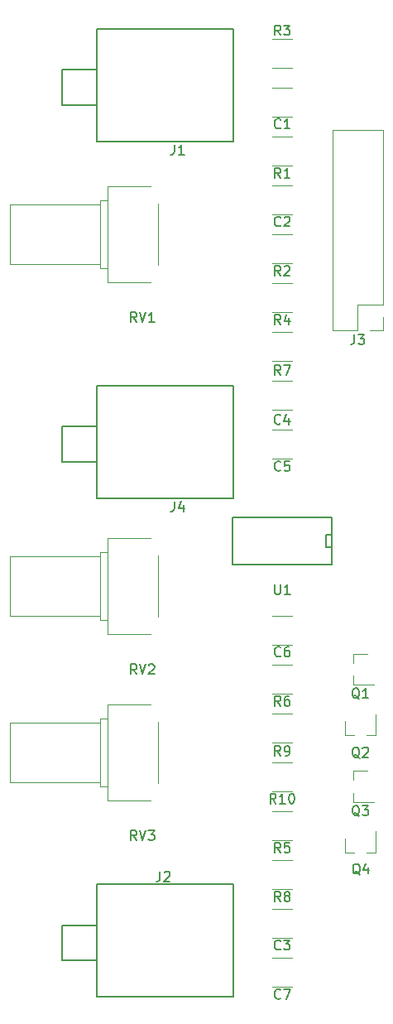
<source format=gbr>
G04 #@! TF.GenerationSoftware,KiCad,Pcbnew,9.0.0*
G04 #@! TF.CreationDate,2025-02-23T15:48:18-07:00*
G04 #@! TF.ProjectId,Notch_Filter,4e6f7463-685f-4466-996c-7465722e6b69,rev?*
G04 #@! TF.SameCoordinates,Original*
G04 #@! TF.FileFunction,Legend,Top*
G04 #@! TF.FilePolarity,Positive*
%FSLAX46Y46*%
G04 Gerber Fmt 4.6, Leading zero omitted, Abs format (unit mm)*
G04 Created by KiCad (PCBNEW 9.0.0) date 2025-02-23 15:48:18*
%MOMM*%
%LPD*%
G01*
G04 APERTURE LIST*
%ADD10C,0.150000*%
%ADD11C,0.120000*%
G04 APERTURE END LIST*
D10*
X18833333Y-10609580D02*
X18785714Y-10657200D01*
X18785714Y-10657200D02*
X18642857Y-10704819D01*
X18642857Y-10704819D02*
X18547619Y-10704819D01*
X18547619Y-10704819D02*
X18404762Y-10657200D01*
X18404762Y-10657200D02*
X18309524Y-10561961D01*
X18309524Y-10561961D02*
X18261905Y-10466723D01*
X18261905Y-10466723D02*
X18214286Y-10276247D01*
X18214286Y-10276247D02*
X18214286Y-10133390D01*
X18214286Y-10133390D02*
X18261905Y-9942914D01*
X18261905Y-9942914D02*
X18309524Y-9847676D01*
X18309524Y-9847676D02*
X18404762Y-9752438D01*
X18404762Y-9752438D02*
X18547619Y-9704819D01*
X18547619Y-9704819D02*
X18642857Y-9704819D01*
X18642857Y-9704819D02*
X18785714Y-9752438D01*
X18785714Y-9752438D02*
X18833333Y-9800057D01*
X19785714Y-10704819D02*
X19214286Y-10704819D01*
X19500000Y-10704819D02*
X19500000Y-9704819D01*
X19500000Y-9704819D02*
X19404762Y-9847676D01*
X19404762Y-9847676D02*
X19309524Y-9942914D01*
X19309524Y-9942914D02*
X19214286Y-9990533D01*
X18833333Y-20609580D02*
X18785714Y-20657200D01*
X18785714Y-20657200D02*
X18642857Y-20704819D01*
X18642857Y-20704819D02*
X18547619Y-20704819D01*
X18547619Y-20704819D02*
X18404762Y-20657200D01*
X18404762Y-20657200D02*
X18309524Y-20561961D01*
X18309524Y-20561961D02*
X18261905Y-20466723D01*
X18261905Y-20466723D02*
X18214286Y-20276247D01*
X18214286Y-20276247D02*
X18214286Y-20133390D01*
X18214286Y-20133390D02*
X18261905Y-19942914D01*
X18261905Y-19942914D02*
X18309524Y-19847676D01*
X18309524Y-19847676D02*
X18404762Y-19752438D01*
X18404762Y-19752438D02*
X18547619Y-19704819D01*
X18547619Y-19704819D02*
X18642857Y-19704819D01*
X18642857Y-19704819D02*
X18785714Y-19752438D01*
X18785714Y-19752438D02*
X18833333Y-19800057D01*
X19214286Y-19800057D02*
X19261905Y-19752438D01*
X19261905Y-19752438D02*
X19357143Y-19704819D01*
X19357143Y-19704819D02*
X19595238Y-19704819D01*
X19595238Y-19704819D02*
X19690476Y-19752438D01*
X19690476Y-19752438D02*
X19738095Y-19800057D01*
X19738095Y-19800057D02*
X19785714Y-19895295D01*
X19785714Y-19895295D02*
X19785714Y-19990533D01*
X19785714Y-19990533D02*
X19738095Y-20133390D01*
X19738095Y-20133390D02*
X19166667Y-20704819D01*
X19166667Y-20704819D02*
X19785714Y-20704819D01*
X18833333Y-94609580D02*
X18785714Y-94657200D01*
X18785714Y-94657200D02*
X18642857Y-94704819D01*
X18642857Y-94704819D02*
X18547619Y-94704819D01*
X18547619Y-94704819D02*
X18404762Y-94657200D01*
X18404762Y-94657200D02*
X18309524Y-94561961D01*
X18309524Y-94561961D02*
X18261905Y-94466723D01*
X18261905Y-94466723D02*
X18214286Y-94276247D01*
X18214286Y-94276247D02*
X18214286Y-94133390D01*
X18214286Y-94133390D02*
X18261905Y-93942914D01*
X18261905Y-93942914D02*
X18309524Y-93847676D01*
X18309524Y-93847676D02*
X18404762Y-93752438D01*
X18404762Y-93752438D02*
X18547619Y-93704819D01*
X18547619Y-93704819D02*
X18642857Y-93704819D01*
X18642857Y-93704819D02*
X18785714Y-93752438D01*
X18785714Y-93752438D02*
X18833333Y-93800057D01*
X19166667Y-93704819D02*
X19785714Y-93704819D01*
X19785714Y-93704819D02*
X19452381Y-94085771D01*
X19452381Y-94085771D02*
X19595238Y-94085771D01*
X19595238Y-94085771D02*
X19690476Y-94133390D01*
X19690476Y-94133390D02*
X19738095Y-94181009D01*
X19738095Y-94181009D02*
X19785714Y-94276247D01*
X19785714Y-94276247D02*
X19785714Y-94514342D01*
X19785714Y-94514342D02*
X19738095Y-94609580D01*
X19738095Y-94609580D02*
X19690476Y-94657200D01*
X19690476Y-94657200D02*
X19595238Y-94704819D01*
X19595238Y-94704819D02*
X19309524Y-94704819D01*
X19309524Y-94704819D02*
X19214286Y-94657200D01*
X19214286Y-94657200D02*
X19166667Y-94609580D01*
X18822873Y-40861920D02*
X18775254Y-40909540D01*
X18775254Y-40909540D02*
X18632397Y-40957159D01*
X18632397Y-40957159D02*
X18537159Y-40957159D01*
X18537159Y-40957159D02*
X18394302Y-40909540D01*
X18394302Y-40909540D02*
X18299064Y-40814301D01*
X18299064Y-40814301D02*
X18251445Y-40719063D01*
X18251445Y-40719063D02*
X18203826Y-40528587D01*
X18203826Y-40528587D02*
X18203826Y-40385730D01*
X18203826Y-40385730D02*
X18251445Y-40195254D01*
X18251445Y-40195254D02*
X18299064Y-40100016D01*
X18299064Y-40100016D02*
X18394302Y-40004778D01*
X18394302Y-40004778D02*
X18537159Y-39957159D01*
X18537159Y-39957159D02*
X18632397Y-39957159D01*
X18632397Y-39957159D02*
X18775254Y-40004778D01*
X18775254Y-40004778D02*
X18822873Y-40052397D01*
X19680016Y-40290492D02*
X19680016Y-40957159D01*
X19441921Y-39909540D02*
X19203826Y-40623825D01*
X19203826Y-40623825D02*
X19822873Y-40623825D01*
X18830793Y-45648120D02*
X18783174Y-45695740D01*
X18783174Y-45695740D02*
X18640317Y-45743359D01*
X18640317Y-45743359D02*
X18545079Y-45743359D01*
X18545079Y-45743359D02*
X18402222Y-45695740D01*
X18402222Y-45695740D02*
X18306984Y-45600501D01*
X18306984Y-45600501D02*
X18259365Y-45505263D01*
X18259365Y-45505263D02*
X18211746Y-45314787D01*
X18211746Y-45314787D02*
X18211746Y-45171930D01*
X18211746Y-45171930D02*
X18259365Y-44981454D01*
X18259365Y-44981454D02*
X18306984Y-44886216D01*
X18306984Y-44886216D02*
X18402222Y-44790978D01*
X18402222Y-44790978D02*
X18545079Y-44743359D01*
X18545079Y-44743359D02*
X18640317Y-44743359D01*
X18640317Y-44743359D02*
X18783174Y-44790978D01*
X18783174Y-44790978D02*
X18830793Y-44838597D01*
X19735555Y-44743359D02*
X19259365Y-44743359D01*
X19259365Y-44743359D02*
X19211746Y-45219549D01*
X19211746Y-45219549D02*
X19259365Y-45171930D01*
X19259365Y-45171930D02*
X19354603Y-45124311D01*
X19354603Y-45124311D02*
X19592698Y-45124311D01*
X19592698Y-45124311D02*
X19687936Y-45171930D01*
X19687936Y-45171930D02*
X19735555Y-45219549D01*
X19735555Y-45219549D02*
X19783174Y-45314787D01*
X19783174Y-45314787D02*
X19783174Y-45552882D01*
X19783174Y-45552882D02*
X19735555Y-45648120D01*
X19735555Y-45648120D02*
X19687936Y-45695740D01*
X19687936Y-45695740D02*
X19592698Y-45743359D01*
X19592698Y-45743359D02*
X19354603Y-45743359D01*
X19354603Y-45743359D02*
X19259365Y-45695740D01*
X19259365Y-45695740D02*
X19211746Y-45648120D01*
X18830793Y-64617640D02*
X18783174Y-64665260D01*
X18783174Y-64665260D02*
X18640317Y-64712879D01*
X18640317Y-64712879D02*
X18545079Y-64712879D01*
X18545079Y-64712879D02*
X18402222Y-64665260D01*
X18402222Y-64665260D02*
X18306984Y-64570021D01*
X18306984Y-64570021D02*
X18259365Y-64474783D01*
X18259365Y-64474783D02*
X18211746Y-64284307D01*
X18211746Y-64284307D02*
X18211746Y-64141450D01*
X18211746Y-64141450D02*
X18259365Y-63950974D01*
X18259365Y-63950974D02*
X18306984Y-63855736D01*
X18306984Y-63855736D02*
X18402222Y-63760498D01*
X18402222Y-63760498D02*
X18545079Y-63712879D01*
X18545079Y-63712879D02*
X18640317Y-63712879D01*
X18640317Y-63712879D02*
X18783174Y-63760498D01*
X18783174Y-63760498D02*
X18830793Y-63808117D01*
X19687936Y-63712879D02*
X19497460Y-63712879D01*
X19497460Y-63712879D02*
X19402222Y-63760498D01*
X19402222Y-63760498D02*
X19354603Y-63808117D01*
X19354603Y-63808117D02*
X19259365Y-63950974D01*
X19259365Y-63950974D02*
X19211746Y-64141450D01*
X19211746Y-64141450D02*
X19211746Y-64522402D01*
X19211746Y-64522402D02*
X19259365Y-64617640D01*
X19259365Y-64617640D02*
X19306984Y-64665260D01*
X19306984Y-64665260D02*
X19402222Y-64712879D01*
X19402222Y-64712879D02*
X19592698Y-64712879D01*
X19592698Y-64712879D02*
X19687936Y-64665260D01*
X19687936Y-64665260D02*
X19735555Y-64617640D01*
X19735555Y-64617640D02*
X19783174Y-64522402D01*
X19783174Y-64522402D02*
X19783174Y-64284307D01*
X19783174Y-64284307D02*
X19735555Y-64189069D01*
X19735555Y-64189069D02*
X19687936Y-64141450D01*
X19687936Y-64141450D02*
X19592698Y-64093831D01*
X19592698Y-64093831D02*
X19402222Y-64093831D01*
X19402222Y-64093831D02*
X19306984Y-64141450D01*
X19306984Y-64141450D02*
X19259365Y-64189069D01*
X19259365Y-64189069D02*
X19211746Y-64284307D01*
X18828253Y-99632880D02*
X18780634Y-99680500D01*
X18780634Y-99680500D02*
X18637777Y-99728119D01*
X18637777Y-99728119D02*
X18542539Y-99728119D01*
X18542539Y-99728119D02*
X18399682Y-99680500D01*
X18399682Y-99680500D02*
X18304444Y-99585261D01*
X18304444Y-99585261D02*
X18256825Y-99490023D01*
X18256825Y-99490023D02*
X18209206Y-99299547D01*
X18209206Y-99299547D02*
X18209206Y-99156690D01*
X18209206Y-99156690D02*
X18256825Y-98966214D01*
X18256825Y-98966214D02*
X18304444Y-98870976D01*
X18304444Y-98870976D02*
X18399682Y-98775738D01*
X18399682Y-98775738D02*
X18542539Y-98728119D01*
X18542539Y-98728119D02*
X18637777Y-98728119D01*
X18637777Y-98728119D02*
X18780634Y-98775738D01*
X18780634Y-98775738D02*
X18828253Y-98823357D01*
X19161587Y-98728119D02*
X19828253Y-98728119D01*
X19828253Y-98728119D02*
X19399682Y-99728119D01*
X7985166Y-12368319D02*
X7985166Y-13082604D01*
X7985166Y-13082604D02*
X7937547Y-13225461D01*
X7937547Y-13225461D02*
X7842309Y-13320700D01*
X7842309Y-13320700D02*
X7699452Y-13368319D01*
X7699452Y-13368319D02*
X7604214Y-13368319D01*
X8985166Y-13368319D02*
X8413738Y-13368319D01*
X8699452Y-13368319D02*
X8699452Y-12368319D01*
X8699452Y-12368319D02*
X8604214Y-12511176D01*
X8604214Y-12511176D02*
X8508976Y-12606414D01*
X8508976Y-12606414D02*
X8413738Y-12654033D01*
X6504346Y-86698739D02*
X6504346Y-87413024D01*
X6504346Y-87413024D02*
X6456727Y-87555881D01*
X6456727Y-87555881D02*
X6361489Y-87651120D01*
X6361489Y-87651120D02*
X6218632Y-87698739D01*
X6218632Y-87698739D02*
X6123394Y-87698739D01*
X6932918Y-86793977D02*
X6980537Y-86746358D01*
X6980537Y-86746358D02*
X7075775Y-86698739D01*
X7075775Y-86698739D02*
X7313870Y-86698739D01*
X7313870Y-86698739D02*
X7409108Y-86746358D01*
X7409108Y-86746358D02*
X7456727Y-86793977D01*
X7456727Y-86793977D02*
X7504346Y-86889215D01*
X7504346Y-86889215D02*
X7504346Y-86984453D01*
X7504346Y-86984453D02*
X7456727Y-87127310D01*
X7456727Y-87127310D02*
X6885299Y-87698739D01*
X6885299Y-87698739D02*
X7504346Y-87698739D01*
X26396666Y-31784819D02*
X26396666Y-32499104D01*
X26396666Y-32499104D02*
X26349047Y-32641961D01*
X26349047Y-32641961D02*
X26253809Y-32737200D01*
X26253809Y-32737200D02*
X26110952Y-32784819D01*
X26110952Y-32784819D02*
X26015714Y-32784819D01*
X26777619Y-31784819D02*
X27396666Y-31784819D01*
X27396666Y-31784819D02*
X27063333Y-32165771D01*
X27063333Y-32165771D02*
X27206190Y-32165771D01*
X27206190Y-32165771D02*
X27301428Y-32213390D01*
X27301428Y-32213390D02*
X27349047Y-32261009D01*
X27349047Y-32261009D02*
X27396666Y-32356247D01*
X27396666Y-32356247D02*
X27396666Y-32594342D01*
X27396666Y-32594342D02*
X27349047Y-32689580D01*
X27349047Y-32689580D02*
X27301428Y-32737200D01*
X27301428Y-32737200D02*
X27206190Y-32784819D01*
X27206190Y-32784819D02*
X26920476Y-32784819D01*
X26920476Y-32784819D02*
X26825238Y-32737200D01*
X26825238Y-32737200D02*
X26777619Y-32689580D01*
X7985166Y-48868319D02*
X7985166Y-49582604D01*
X7985166Y-49582604D02*
X7937547Y-49725461D01*
X7937547Y-49725461D02*
X7842309Y-49820700D01*
X7842309Y-49820700D02*
X7699452Y-49868319D01*
X7699452Y-49868319D02*
X7604214Y-49868319D01*
X8889928Y-49201652D02*
X8889928Y-49868319D01*
X8651833Y-48820700D02*
X8413738Y-49534985D01*
X8413738Y-49534985D02*
X9032785Y-49534985D01*
X26904761Y-69050057D02*
X26809523Y-69002438D01*
X26809523Y-69002438D02*
X26714285Y-68907200D01*
X26714285Y-68907200D02*
X26571428Y-68764342D01*
X26571428Y-68764342D02*
X26476190Y-68716723D01*
X26476190Y-68716723D02*
X26380952Y-68716723D01*
X26428571Y-68954819D02*
X26333333Y-68907200D01*
X26333333Y-68907200D02*
X26238095Y-68811961D01*
X26238095Y-68811961D02*
X26190476Y-68621485D01*
X26190476Y-68621485D02*
X26190476Y-68288152D01*
X26190476Y-68288152D02*
X26238095Y-68097676D01*
X26238095Y-68097676D02*
X26333333Y-68002438D01*
X26333333Y-68002438D02*
X26428571Y-67954819D01*
X26428571Y-67954819D02*
X26619047Y-67954819D01*
X26619047Y-67954819D02*
X26714285Y-68002438D01*
X26714285Y-68002438D02*
X26809523Y-68097676D01*
X26809523Y-68097676D02*
X26857142Y-68288152D01*
X26857142Y-68288152D02*
X26857142Y-68621485D01*
X26857142Y-68621485D02*
X26809523Y-68811961D01*
X26809523Y-68811961D02*
X26714285Y-68907200D01*
X26714285Y-68907200D02*
X26619047Y-68954819D01*
X26619047Y-68954819D02*
X26428571Y-68954819D01*
X27809523Y-68954819D02*
X27238095Y-68954819D01*
X27523809Y-68954819D02*
X27523809Y-67954819D01*
X27523809Y-67954819D02*
X27428571Y-68097676D01*
X27428571Y-68097676D02*
X27333333Y-68192914D01*
X27333333Y-68192914D02*
X27238095Y-68240533D01*
X26912381Y-75087517D02*
X26817143Y-75039898D01*
X26817143Y-75039898D02*
X26721905Y-74944660D01*
X26721905Y-74944660D02*
X26579048Y-74801802D01*
X26579048Y-74801802D02*
X26483810Y-74754183D01*
X26483810Y-74754183D02*
X26388572Y-74754183D01*
X26436191Y-74992279D02*
X26340953Y-74944660D01*
X26340953Y-74944660D02*
X26245715Y-74849421D01*
X26245715Y-74849421D02*
X26198096Y-74658945D01*
X26198096Y-74658945D02*
X26198096Y-74325612D01*
X26198096Y-74325612D02*
X26245715Y-74135136D01*
X26245715Y-74135136D02*
X26340953Y-74039898D01*
X26340953Y-74039898D02*
X26436191Y-73992279D01*
X26436191Y-73992279D02*
X26626667Y-73992279D01*
X26626667Y-73992279D02*
X26721905Y-74039898D01*
X26721905Y-74039898D02*
X26817143Y-74135136D01*
X26817143Y-74135136D02*
X26864762Y-74325612D01*
X26864762Y-74325612D02*
X26864762Y-74658945D01*
X26864762Y-74658945D02*
X26817143Y-74849421D01*
X26817143Y-74849421D02*
X26721905Y-74944660D01*
X26721905Y-74944660D02*
X26626667Y-74992279D01*
X26626667Y-74992279D02*
X26436191Y-74992279D01*
X27245715Y-74087517D02*
X27293334Y-74039898D01*
X27293334Y-74039898D02*
X27388572Y-73992279D01*
X27388572Y-73992279D02*
X27626667Y-73992279D01*
X27626667Y-73992279D02*
X27721905Y-74039898D01*
X27721905Y-74039898D02*
X27769524Y-74087517D01*
X27769524Y-74087517D02*
X27817143Y-74182755D01*
X27817143Y-74182755D02*
X27817143Y-74277993D01*
X27817143Y-74277993D02*
X27769524Y-74420850D01*
X27769524Y-74420850D02*
X27198096Y-74992279D01*
X27198096Y-74992279D02*
X27817143Y-74992279D01*
X26904761Y-81050057D02*
X26809523Y-81002438D01*
X26809523Y-81002438D02*
X26714285Y-80907200D01*
X26714285Y-80907200D02*
X26571428Y-80764342D01*
X26571428Y-80764342D02*
X26476190Y-80716723D01*
X26476190Y-80716723D02*
X26380952Y-80716723D01*
X26428571Y-80954819D02*
X26333333Y-80907200D01*
X26333333Y-80907200D02*
X26238095Y-80811961D01*
X26238095Y-80811961D02*
X26190476Y-80621485D01*
X26190476Y-80621485D02*
X26190476Y-80288152D01*
X26190476Y-80288152D02*
X26238095Y-80097676D01*
X26238095Y-80097676D02*
X26333333Y-80002438D01*
X26333333Y-80002438D02*
X26428571Y-79954819D01*
X26428571Y-79954819D02*
X26619047Y-79954819D01*
X26619047Y-79954819D02*
X26714285Y-80002438D01*
X26714285Y-80002438D02*
X26809523Y-80097676D01*
X26809523Y-80097676D02*
X26857142Y-80288152D01*
X26857142Y-80288152D02*
X26857142Y-80621485D01*
X26857142Y-80621485D02*
X26809523Y-80811961D01*
X26809523Y-80811961D02*
X26714285Y-80907200D01*
X26714285Y-80907200D02*
X26619047Y-80954819D01*
X26619047Y-80954819D02*
X26428571Y-80954819D01*
X27190476Y-79954819D02*
X27809523Y-79954819D01*
X27809523Y-79954819D02*
X27476190Y-80335771D01*
X27476190Y-80335771D02*
X27619047Y-80335771D01*
X27619047Y-80335771D02*
X27714285Y-80383390D01*
X27714285Y-80383390D02*
X27761904Y-80431009D01*
X27761904Y-80431009D02*
X27809523Y-80526247D01*
X27809523Y-80526247D02*
X27809523Y-80764342D01*
X27809523Y-80764342D02*
X27761904Y-80859580D01*
X27761904Y-80859580D02*
X27714285Y-80907200D01*
X27714285Y-80907200D02*
X27619047Y-80954819D01*
X27619047Y-80954819D02*
X27333333Y-80954819D01*
X27333333Y-80954819D02*
X27238095Y-80907200D01*
X27238095Y-80907200D02*
X27190476Y-80859580D01*
X18833333Y-15754819D02*
X18500000Y-15278628D01*
X18261905Y-15754819D02*
X18261905Y-14754819D01*
X18261905Y-14754819D02*
X18642857Y-14754819D01*
X18642857Y-14754819D02*
X18738095Y-14802438D01*
X18738095Y-14802438D02*
X18785714Y-14850057D01*
X18785714Y-14850057D02*
X18833333Y-14945295D01*
X18833333Y-14945295D02*
X18833333Y-15088152D01*
X18833333Y-15088152D02*
X18785714Y-15183390D01*
X18785714Y-15183390D02*
X18738095Y-15231009D01*
X18738095Y-15231009D02*
X18642857Y-15278628D01*
X18642857Y-15278628D02*
X18261905Y-15278628D01*
X19785714Y-15754819D02*
X19214286Y-15754819D01*
X19500000Y-15754819D02*
X19500000Y-14754819D01*
X19500000Y-14754819D02*
X19404762Y-14897676D01*
X19404762Y-14897676D02*
X19309524Y-14992914D01*
X19309524Y-14992914D02*
X19214286Y-15040533D01*
X18833333Y-25754819D02*
X18500000Y-25278628D01*
X18261905Y-25754819D02*
X18261905Y-24754819D01*
X18261905Y-24754819D02*
X18642857Y-24754819D01*
X18642857Y-24754819D02*
X18738095Y-24802438D01*
X18738095Y-24802438D02*
X18785714Y-24850057D01*
X18785714Y-24850057D02*
X18833333Y-24945295D01*
X18833333Y-24945295D02*
X18833333Y-25088152D01*
X18833333Y-25088152D02*
X18785714Y-25183390D01*
X18785714Y-25183390D02*
X18738095Y-25231009D01*
X18738095Y-25231009D02*
X18642857Y-25278628D01*
X18642857Y-25278628D02*
X18261905Y-25278628D01*
X19214286Y-24850057D02*
X19261905Y-24802438D01*
X19261905Y-24802438D02*
X19357143Y-24754819D01*
X19357143Y-24754819D02*
X19595238Y-24754819D01*
X19595238Y-24754819D02*
X19690476Y-24802438D01*
X19690476Y-24802438D02*
X19738095Y-24850057D01*
X19738095Y-24850057D02*
X19785714Y-24945295D01*
X19785714Y-24945295D02*
X19785714Y-25040533D01*
X19785714Y-25040533D02*
X19738095Y-25183390D01*
X19738095Y-25183390D02*
X19166667Y-25754819D01*
X19166667Y-25754819D02*
X19785714Y-25754819D01*
X18833333Y-1154819D02*
X18500000Y-678628D01*
X18261905Y-1154819D02*
X18261905Y-154819D01*
X18261905Y-154819D02*
X18642857Y-154819D01*
X18642857Y-154819D02*
X18738095Y-202438D01*
X18738095Y-202438D02*
X18785714Y-250057D01*
X18785714Y-250057D02*
X18833333Y-345295D01*
X18833333Y-345295D02*
X18833333Y-488152D01*
X18833333Y-488152D02*
X18785714Y-583390D01*
X18785714Y-583390D02*
X18738095Y-631009D01*
X18738095Y-631009D02*
X18642857Y-678628D01*
X18642857Y-678628D02*
X18261905Y-678628D01*
X19166667Y-154819D02*
X19785714Y-154819D01*
X19785714Y-154819D02*
X19452381Y-535771D01*
X19452381Y-535771D02*
X19595238Y-535771D01*
X19595238Y-535771D02*
X19690476Y-583390D01*
X19690476Y-583390D02*
X19738095Y-631009D01*
X19738095Y-631009D02*
X19785714Y-726247D01*
X19785714Y-726247D02*
X19785714Y-964342D01*
X19785714Y-964342D02*
X19738095Y-1059580D01*
X19738095Y-1059580D02*
X19690476Y-1107200D01*
X19690476Y-1107200D02*
X19595238Y-1154819D01*
X19595238Y-1154819D02*
X19309524Y-1154819D01*
X19309524Y-1154819D02*
X19214286Y-1107200D01*
X19214286Y-1107200D02*
X19166667Y-1059580D01*
X18833333Y-30754819D02*
X18500000Y-30278628D01*
X18261905Y-30754819D02*
X18261905Y-29754819D01*
X18261905Y-29754819D02*
X18642857Y-29754819D01*
X18642857Y-29754819D02*
X18738095Y-29802438D01*
X18738095Y-29802438D02*
X18785714Y-29850057D01*
X18785714Y-29850057D02*
X18833333Y-29945295D01*
X18833333Y-29945295D02*
X18833333Y-30088152D01*
X18833333Y-30088152D02*
X18785714Y-30183390D01*
X18785714Y-30183390D02*
X18738095Y-30231009D01*
X18738095Y-30231009D02*
X18642857Y-30278628D01*
X18642857Y-30278628D02*
X18261905Y-30278628D01*
X19690476Y-30088152D02*
X19690476Y-30754819D01*
X19452381Y-29707200D02*
X19214286Y-30421485D01*
X19214286Y-30421485D02*
X19833333Y-30421485D01*
X18833333Y-84754819D02*
X18500000Y-84278628D01*
X18261905Y-84754819D02*
X18261905Y-83754819D01*
X18261905Y-83754819D02*
X18642857Y-83754819D01*
X18642857Y-83754819D02*
X18738095Y-83802438D01*
X18738095Y-83802438D02*
X18785714Y-83850057D01*
X18785714Y-83850057D02*
X18833333Y-83945295D01*
X18833333Y-83945295D02*
X18833333Y-84088152D01*
X18833333Y-84088152D02*
X18785714Y-84183390D01*
X18785714Y-84183390D02*
X18738095Y-84231009D01*
X18738095Y-84231009D02*
X18642857Y-84278628D01*
X18642857Y-84278628D02*
X18261905Y-84278628D01*
X19738095Y-83754819D02*
X19261905Y-83754819D01*
X19261905Y-83754819D02*
X19214286Y-84231009D01*
X19214286Y-84231009D02*
X19261905Y-84183390D01*
X19261905Y-84183390D02*
X19357143Y-84135771D01*
X19357143Y-84135771D02*
X19595238Y-84135771D01*
X19595238Y-84135771D02*
X19690476Y-84183390D01*
X19690476Y-84183390D02*
X19738095Y-84231009D01*
X19738095Y-84231009D02*
X19785714Y-84326247D01*
X19785714Y-84326247D02*
X19785714Y-84564342D01*
X19785714Y-84564342D02*
X19738095Y-84659580D01*
X19738095Y-84659580D02*
X19690476Y-84707200D01*
X19690476Y-84707200D02*
X19595238Y-84754819D01*
X19595238Y-84754819D02*
X19357143Y-84754819D01*
X19357143Y-84754819D02*
X19261905Y-84707200D01*
X19261905Y-84707200D02*
X19214286Y-84659580D01*
X18833333Y-69754819D02*
X18500000Y-69278628D01*
X18261905Y-69754819D02*
X18261905Y-68754819D01*
X18261905Y-68754819D02*
X18642857Y-68754819D01*
X18642857Y-68754819D02*
X18738095Y-68802438D01*
X18738095Y-68802438D02*
X18785714Y-68850057D01*
X18785714Y-68850057D02*
X18833333Y-68945295D01*
X18833333Y-68945295D02*
X18833333Y-69088152D01*
X18833333Y-69088152D02*
X18785714Y-69183390D01*
X18785714Y-69183390D02*
X18738095Y-69231009D01*
X18738095Y-69231009D02*
X18642857Y-69278628D01*
X18642857Y-69278628D02*
X18261905Y-69278628D01*
X19690476Y-68754819D02*
X19500000Y-68754819D01*
X19500000Y-68754819D02*
X19404762Y-68802438D01*
X19404762Y-68802438D02*
X19357143Y-68850057D01*
X19357143Y-68850057D02*
X19261905Y-68992914D01*
X19261905Y-68992914D02*
X19214286Y-69183390D01*
X19214286Y-69183390D02*
X19214286Y-69564342D01*
X19214286Y-69564342D02*
X19261905Y-69659580D01*
X19261905Y-69659580D02*
X19309524Y-69707200D01*
X19309524Y-69707200D02*
X19404762Y-69754819D01*
X19404762Y-69754819D02*
X19595238Y-69754819D01*
X19595238Y-69754819D02*
X19690476Y-69707200D01*
X19690476Y-69707200D02*
X19738095Y-69659580D01*
X19738095Y-69659580D02*
X19785714Y-69564342D01*
X19785714Y-69564342D02*
X19785714Y-69326247D01*
X19785714Y-69326247D02*
X19738095Y-69231009D01*
X19738095Y-69231009D02*
X19690476Y-69183390D01*
X19690476Y-69183390D02*
X19595238Y-69135771D01*
X19595238Y-69135771D02*
X19404762Y-69135771D01*
X19404762Y-69135771D02*
X19309524Y-69183390D01*
X19309524Y-69183390D02*
X19261905Y-69231009D01*
X19261905Y-69231009D02*
X19214286Y-69326247D01*
X18833033Y-35900019D02*
X18499700Y-35423828D01*
X18261605Y-35900019D02*
X18261605Y-34900019D01*
X18261605Y-34900019D02*
X18642557Y-34900019D01*
X18642557Y-34900019D02*
X18737795Y-34947638D01*
X18737795Y-34947638D02*
X18785414Y-34995257D01*
X18785414Y-34995257D02*
X18833033Y-35090495D01*
X18833033Y-35090495D02*
X18833033Y-35233352D01*
X18833033Y-35233352D02*
X18785414Y-35328590D01*
X18785414Y-35328590D02*
X18737795Y-35376209D01*
X18737795Y-35376209D02*
X18642557Y-35423828D01*
X18642557Y-35423828D02*
X18261605Y-35423828D01*
X19166367Y-34900019D02*
X19833033Y-34900019D01*
X19833033Y-34900019D02*
X19404462Y-35900019D01*
X18833333Y-89754819D02*
X18500000Y-89278628D01*
X18261905Y-89754819D02*
X18261905Y-88754819D01*
X18261905Y-88754819D02*
X18642857Y-88754819D01*
X18642857Y-88754819D02*
X18738095Y-88802438D01*
X18738095Y-88802438D02*
X18785714Y-88850057D01*
X18785714Y-88850057D02*
X18833333Y-88945295D01*
X18833333Y-88945295D02*
X18833333Y-89088152D01*
X18833333Y-89088152D02*
X18785714Y-89183390D01*
X18785714Y-89183390D02*
X18738095Y-89231009D01*
X18738095Y-89231009D02*
X18642857Y-89278628D01*
X18642857Y-89278628D02*
X18261905Y-89278628D01*
X19404762Y-89183390D02*
X19309524Y-89135771D01*
X19309524Y-89135771D02*
X19261905Y-89088152D01*
X19261905Y-89088152D02*
X19214286Y-88992914D01*
X19214286Y-88992914D02*
X19214286Y-88945295D01*
X19214286Y-88945295D02*
X19261905Y-88850057D01*
X19261905Y-88850057D02*
X19309524Y-88802438D01*
X19309524Y-88802438D02*
X19404762Y-88754819D01*
X19404762Y-88754819D02*
X19595238Y-88754819D01*
X19595238Y-88754819D02*
X19690476Y-88802438D01*
X19690476Y-88802438D02*
X19738095Y-88850057D01*
X19738095Y-88850057D02*
X19785714Y-88945295D01*
X19785714Y-88945295D02*
X19785714Y-88992914D01*
X19785714Y-88992914D02*
X19738095Y-89088152D01*
X19738095Y-89088152D02*
X19690476Y-89135771D01*
X19690476Y-89135771D02*
X19595238Y-89183390D01*
X19595238Y-89183390D02*
X19404762Y-89183390D01*
X19404762Y-89183390D02*
X19309524Y-89231009D01*
X19309524Y-89231009D02*
X19261905Y-89278628D01*
X19261905Y-89278628D02*
X19214286Y-89373866D01*
X19214286Y-89373866D02*
X19214286Y-89564342D01*
X19214286Y-89564342D02*
X19261905Y-89659580D01*
X19261905Y-89659580D02*
X19309524Y-89707200D01*
X19309524Y-89707200D02*
X19404762Y-89754819D01*
X19404762Y-89754819D02*
X19595238Y-89754819D01*
X19595238Y-89754819D02*
X19690476Y-89707200D01*
X19690476Y-89707200D02*
X19738095Y-89659580D01*
X19738095Y-89659580D02*
X19785714Y-89564342D01*
X19785714Y-89564342D02*
X19785714Y-89373866D01*
X19785714Y-89373866D02*
X19738095Y-89278628D01*
X19738095Y-89278628D02*
X19690476Y-89231009D01*
X19690476Y-89231009D02*
X19595238Y-89183390D01*
X18828253Y-74862739D02*
X18494920Y-74386548D01*
X18256825Y-74862739D02*
X18256825Y-73862739D01*
X18256825Y-73862739D02*
X18637777Y-73862739D01*
X18637777Y-73862739D02*
X18733015Y-73910358D01*
X18733015Y-73910358D02*
X18780634Y-73957977D01*
X18780634Y-73957977D02*
X18828253Y-74053215D01*
X18828253Y-74053215D02*
X18828253Y-74196072D01*
X18828253Y-74196072D02*
X18780634Y-74291310D01*
X18780634Y-74291310D02*
X18733015Y-74338929D01*
X18733015Y-74338929D02*
X18637777Y-74386548D01*
X18637777Y-74386548D02*
X18256825Y-74386548D01*
X19304444Y-74862739D02*
X19494920Y-74862739D01*
X19494920Y-74862739D02*
X19590158Y-74815120D01*
X19590158Y-74815120D02*
X19637777Y-74767500D01*
X19637777Y-74767500D02*
X19733015Y-74624643D01*
X19733015Y-74624643D02*
X19780634Y-74434167D01*
X19780634Y-74434167D02*
X19780634Y-74053215D01*
X19780634Y-74053215D02*
X19733015Y-73957977D01*
X19733015Y-73957977D02*
X19685396Y-73910358D01*
X19685396Y-73910358D02*
X19590158Y-73862739D01*
X19590158Y-73862739D02*
X19399682Y-73862739D01*
X19399682Y-73862739D02*
X19304444Y-73910358D01*
X19304444Y-73910358D02*
X19256825Y-73957977D01*
X19256825Y-73957977D02*
X19209206Y-74053215D01*
X19209206Y-74053215D02*
X19209206Y-74291310D01*
X19209206Y-74291310D02*
X19256825Y-74386548D01*
X19256825Y-74386548D02*
X19304444Y-74434167D01*
X19304444Y-74434167D02*
X19399682Y-74481786D01*
X19399682Y-74481786D02*
X19590158Y-74481786D01*
X19590158Y-74481786D02*
X19685396Y-74434167D01*
X19685396Y-74434167D02*
X19733015Y-74386548D01*
X19733015Y-74386548D02*
X19780634Y-74291310D01*
X18357142Y-79733199D02*
X18023809Y-79257008D01*
X17785714Y-79733199D02*
X17785714Y-78733199D01*
X17785714Y-78733199D02*
X18166666Y-78733199D01*
X18166666Y-78733199D02*
X18261904Y-78780818D01*
X18261904Y-78780818D02*
X18309523Y-78828437D01*
X18309523Y-78828437D02*
X18357142Y-78923675D01*
X18357142Y-78923675D02*
X18357142Y-79066532D01*
X18357142Y-79066532D02*
X18309523Y-79161770D01*
X18309523Y-79161770D02*
X18261904Y-79209389D01*
X18261904Y-79209389D02*
X18166666Y-79257008D01*
X18166666Y-79257008D02*
X17785714Y-79257008D01*
X19309523Y-79733199D02*
X18738095Y-79733199D01*
X19023809Y-79733199D02*
X19023809Y-78733199D01*
X19023809Y-78733199D02*
X18928571Y-78876056D01*
X18928571Y-78876056D02*
X18833333Y-78971294D01*
X18833333Y-78971294D02*
X18738095Y-79018913D01*
X19928571Y-78733199D02*
X20023809Y-78733199D01*
X20023809Y-78733199D02*
X20119047Y-78780818D01*
X20119047Y-78780818D02*
X20166666Y-78828437D01*
X20166666Y-78828437D02*
X20214285Y-78923675D01*
X20214285Y-78923675D02*
X20261904Y-79114151D01*
X20261904Y-79114151D02*
X20261904Y-79352246D01*
X20261904Y-79352246D02*
X20214285Y-79542722D01*
X20214285Y-79542722D02*
X20166666Y-79637960D01*
X20166666Y-79637960D02*
X20119047Y-79685580D01*
X20119047Y-79685580D02*
X20023809Y-79733199D01*
X20023809Y-79733199D02*
X19928571Y-79733199D01*
X19928571Y-79733199D02*
X19833333Y-79685580D01*
X19833333Y-79685580D02*
X19785714Y-79637960D01*
X19785714Y-79637960D02*
X19738095Y-79542722D01*
X19738095Y-79542722D02*
X19690476Y-79352246D01*
X19690476Y-79352246D02*
X19690476Y-79114151D01*
X19690476Y-79114151D02*
X19738095Y-78923675D01*
X19738095Y-78923675D02*
X19785714Y-78828437D01*
X19785714Y-78828437D02*
X19833333Y-78780818D01*
X19833333Y-78780818D02*
X19928571Y-78733199D01*
X18235255Y-57343459D02*
X18235255Y-58152982D01*
X18235255Y-58152982D02*
X18282874Y-58248220D01*
X18282874Y-58248220D02*
X18330493Y-58295840D01*
X18330493Y-58295840D02*
X18425731Y-58343459D01*
X18425731Y-58343459D02*
X18616207Y-58343459D01*
X18616207Y-58343459D02*
X18711445Y-58295840D01*
X18711445Y-58295840D02*
X18759064Y-58248220D01*
X18759064Y-58248220D02*
X18806683Y-58152982D01*
X18806683Y-58152982D02*
X18806683Y-57343459D01*
X19806683Y-58343459D02*
X19235255Y-58343459D01*
X19520969Y-58343459D02*
X19520969Y-57343459D01*
X19520969Y-57343459D02*
X19425731Y-57486316D01*
X19425731Y-57486316D02*
X19330493Y-57581554D01*
X19330493Y-57581554D02*
X19235255Y-57629173D01*
X26960641Y-87016397D02*
X26865403Y-86968778D01*
X26865403Y-86968778D02*
X26770165Y-86873540D01*
X26770165Y-86873540D02*
X26627308Y-86730682D01*
X26627308Y-86730682D02*
X26532070Y-86683063D01*
X26532070Y-86683063D02*
X26436832Y-86683063D01*
X26484451Y-86921159D02*
X26389213Y-86873540D01*
X26389213Y-86873540D02*
X26293975Y-86778301D01*
X26293975Y-86778301D02*
X26246356Y-86587825D01*
X26246356Y-86587825D02*
X26246356Y-86254492D01*
X26246356Y-86254492D02*
X26293975Y-86064016D01*
X26293975Y-86064016D02*
X26389213Y-85968778D01*
X26389213Y-85968778D02*
X26484451Y-85921159D01*
X26484451Y-85921159D02*
X26674927Y-85921159D01*
X26674927Y-85921159D02*
X26770165Y-85968778D01*
X26770165Y-85968778D02*
X26865403Y-86064016D01*
X26865403Y-86064016D02*
X26913022Y-86254492D01*
X26913022Y-86254492D02*
X26913022Y-86587825D01*
X26913022Y-86587825D02*
X26865403Y-86778301D01*
X26865403Y-86778301D02*
X26770165Y-86873540D01*
X26770165Y-86873540D02*
X26674927Y-86921159D01*
X26674927Y-86921159D02*
X26484451Y-86921159D01*
X27770165Y-86254492D02*
X27770165Y-86921159D01*
X27532070Y-85873540D02*
X27293975Y-86587825D01*
X27293975Y-86587825D02*
X27913022Y-86587825D01*
X4104761Y-30504819D02*
X3771428Y-30028628D01*
X3533333Y-30504819D02*
X3533333Y-29504819D01*
X3533333Y-29504819D02*
X3914285Y-29504819D01*
X3914285Y-29504819D02*
X4009523Y-29552438D01*
X4009523Y-29552438D02*
X4057142Y-29600057D01*
X4057142Y-29600057D02*
X4104761Y-29695295D01*
X4104761Y-29695295D02*
X4104761Y-29838152D01*
X4104761Y-29838152D02*
X4057142Y-29933390D01*
X4057142Y-29933390D02*
X4009523Y-29981009D01*
X4009523Y-29981009D02*
X3914285Y-30028628D01*
X3914285Y-30028628D02*
X3533333Y-30028628D01*
X4390476Y-29504819D02*
X4723809Y-30504819D01*
X4723809Y-30504819D02*
X5057142Y-29504819D01*
X5914285Y-30504819D02*
X5342857Y-30504819D01*
X5628571Y-30504819D02*
X5628571Y-29504819D01*
X5628571Y-29504819D02*
X5533333Y-29647676D01*
X5533333Y-29647676D02*
X5438095Y-29742914D01*
X5438095Y-29742914D02*
X5342857Y-29790533D01*
X4104761Y-66504819D02*
X3771428Y-66028628D01*
X3533333Y-66504819D02*
X3533333Y-65504819D01*
X3533333Y-65504819D02*
X3914285Y-65504819D01*
X3914285Y-65504819D02*
X4009523Y-65552438D01*
X4009523Y-65552438D02*
X4057142Y-65600057D01*
X4057142Y-65600057D02*
X4104761Y-65695295D01*
X4104761Y-65695295D02*
X4104761Y-65838152D01*
X4104761Y-65838152D02*
X4057142Y-65933390D01*
X4057142Y-65933390D02*
X4009523Y-65981009D01*
X4009523Y-65981009D02*
X3914285Y-66028628D01*
X3914285Y-66028628D02*
X3533333Y-66028628D01*
X4390476Y-65504819D02*
X4723809Y-66504819D01*
X4723809Y-66504819D02*
X5057142Y-65504819D01*
X5342857Y-65600057D02*
X5390476Y-65552438D01*
X5390476Y-65552438D02*
X5485714Y-65504819D01*
X5485714Y-65504819D02*
X5723809Y-65504819D01*
X5723809Y-65504819D02*
X5819047Y-65552438D01*
X5819047Y-65552438D02*
X5866666Y-65600057D01*
X5866666Y-65600057D02*
X5914285Y-65695295D01*
X5914285Y-65695295D02*
X5914285Y-65790533D01*
X5914285Y-65790533D02*
X5866666Y-65933390D01*
X5866666Y-65933390D02*
X5295238Y-66504819D01*
X5295238Y-66504819D02*
X5914285Y-66504819D01*
X4104761Y-83504819D02*
X3771428Y-83028628D01*
X3533333Y-83504819D02*
X3533333Y-82504819D01*
X3533333Y-82504819D02*
X3914285Y-82504819D01*
X3914285Y-82504819D02*
X4009523Y-82552438D01*
X4009523Y-82552438D02*
X4057142Y-82600057D01*
X4057142Y-82600057D02*
X4104761Y-82695295D01*
X4104761Y-82695295D02*
X4104761Y-82838152D01*
X4104761Y-82838152D02*
X4057142Y-82933390D01*
X4057142Y-82933390D02*
X4009523Y-82981009D01*
X4009523Y-82981009D02*
X3914285Y-83028628D01*
X3914285Y-83028628D02*
X3533333Y-83028628D01*
X4390476Y-82504819D02*
X4723809Y-83504819D01*
X4723809Y-83504819D02*
X5057142Y-82504819D01*
X5295238Y-82504819D02*
X5914285Y-82504819D01*
X5914285Y-82504819D02*
X5580952Y-82885771D01*
X5580952Y-82885771D02*
X5723809Y-82885771D01*
X5723809Y-82885771D02*
X5819047Y-82933390D01*
X5819047Y-82933390D02*
X5866666Y-82981009D01*
X5866666Y-82981009D02*
X5914285Y-83076247D01*
X5914285Y-83076247D02*
X5914285Y-83314342D01*
X5914285Y-83314342D02*
X5866666Y-83409580D01*
X5866666Y-83409580D02*
X5819047Y-83457200D01*
X5819047Y-83457200D02*
X5723809Y-83504819D01*
X5723809Y-83504819D02*
X5438095Y-83504819D01*
X5438095Y-83504819D02*
X5342857Y-83457200D01*
X5342857Y-83457200D02*
X5295238Y-83409580D01*
D11*
X20000000Y-6520000D02*
X18000000Y-6520000D01*
X18000000Y-9480000D02*
X20000000Y-9480000D01*
X18000000Y-19480000D02*
X20000000Y-19480000D01*
X20000000Y-16520000D02*
X18000000Y-16520000D01*
X18000000Y-93480000D02*
X20000000Y-93480000D01*
X20000000Y-90520000D02*
X18000000Y-90520000D01*
X18000000Y-39480000D02*
X20000000Y-39480000D01*
X20000000Y-36520000D02*
X18000000Y-36520000D01*
X20000000Y-41520000D02*
X18000000Y-41520000D01*
X18000000Y-44480000D02*
X20000000Y-44480000D01*
X20000000Y-60520000D02*
X18000000Y-60520000D01*
X18000000Y-63480000D02*
X20000000Y-63480000D01*
X20000000Y-95520000D02*
X18000000Y-95520000D01*
X18000000Y-98480000D02*
X20000000Y-98480000D01*
D10*
X0Y-4700000D02*
X-3500000Y-4700000D01*
X0Y-8300000D02*
X-3500000Y-8300000D01*
X0Y-500000D02*
X14000000Y-500000D01*
X0Y-12000000D02*
X0Y-500000D01*
X-3500000Y-4700000D02*
X-3500000Y-8300000D01*
X14000000Y-500000D02*
X14000000Y-12000000D01*
X14000000Y-12000000D02*
X0Y-12000000D01*
X0Y-92200000D02*
X-3500000Y-92200000D01*
X0Y-99500000D02*
X0Y-88000000D01*
X0Y-88000000D02*
X14000000Y-88000000D01*
X0Y-95800000D02*
X-3500000Y-95800000D01*
X-3500000Y-92200000D02*
X-3500000Y-95800000D01*
X14000000Y-99500000D02*
X0Y-99500000D01*
X14000000Y-88000000D02*
X14000000Y-99500000D01*
D11*
X24130000Y-31330000D02*
X24130000Y-10890000D01*
X29330000Y-10890000D02*
X24130000Y-10890000D01*
X26730000Y-28730000D02*
X26730000Y-31330000D01*
X26730000Y-31330000D02*
X24130000Y-31330000D01*
X29330000Y-28730000D02*
X26730000Y-28730000D01*
X29330000Y-30000000D02*
X29330000Y-31330000D01*
X29330000Y-28730000D02*
X29330000Y-10890000D01*
X29330000Y-31330000D02*
X28000000Y-31330000D01*
D10*
X0Y-44800000D02*
X-3500000Y-44800000D01*
X14000000Y-37000000D02*
X14000000Y-48500000D01*
X14000000Y-48500000D02*
X0Y-48500000D01*
X0Y-37000000D02*
X14000000Y-37000000D01*
X0Y-41200000D02*
X-3500000Y-41200000D01*
X-3500000Y-41200000D02*
X-3500000Y-44800000D01*
X0Y-48500000D02*
X0Y-37000000D01*
D11*
X26240000Y-67580000D02*
X26240000Y-66650000D01*
X26240000Y-64420000D02*
X26240000Y-65350000D01*
X26240000Y-64420000D02*
X27700000Y-64420000D01*
X26240000Y-67580000D02*
X28400000Y-67580000D01*
X28580000Y-72760000D02*
X28580000Y-70600000D01*
X25420000Y-72760000D02*
X26350000Y-72760000D01*
X25420000Y-72760000D02*
X25420000Y-71300000D01*
X28580000Y-72760000D02*
X27650000Y-72760000D01*
X26240000Y-79580000D02*
X26240000Y-78650000D01*
X26240000Y-79580000D02*
X28400000Y-79580000D01*
X26240000Y-76420000D02*
X27700000Y-76420000D01*
X26240000Y-76420000D02*
X26240000Y-77350000D01*
X20000000Y-14480000D02*
X18000000Y-14480000D01*
X18000000Y-11520000D02*
X20000000Y-11520000D01*
X20000000Y-24480000D02*
X18000000Y-24480000D01*
X18000000Y-21520000D02*
X20000000Y-21520000D01*
X18000000Y-1520000D02*
X20000000Y-1520000D01*
X20000000Y-4480000D02*
X18000000Y-4480000D01*
X18000000Y-26520000D02*
X20000000Y-26520000D01*
X20000000Y-29480000D02*
X18000000Y-29480000D01*
X18000000Y-80520000D02*
X20000000Y-80520000D01*
X20000000Y-83480000D02*
X18000000Y-83480000D01*
X18000000Y-65520000D02*
X20000000Y-65520000D01*
X20000000Y-68480000D02*
X18000000Y-68480000D01*
X18000000Y-31520000D02*
X20000000Y-31520000D01*
X20000000Y-34480000D02*
X18000000Y-34480000D01*
X18000000Y-85520000D02*
X20000000Y-85520000D01*
X20000000Y-88480000D02*
X18000000Y-88480000D01*
X18000000Y-70520000D02*
X20000000Y-70520000D01*
X20000000Y-73480000D02*
X18000000Y-73480000D01*
X18000000Y-75520000D02*
X20000000Y-75520000D01*
X20000000Y-78480000D02*
X18000000Y-78480000D01*
D10*
X13920000Y-50460000D02*
X24080000Y-50460000D01*
X13920000Y-55286000D02*
X13920000Y-50460000D01*
X24080000Y-50460000D02*
X24080000Y-55286000D01*
X24080000Y-53508000D02*
X23445000Y-53508000D01*
X23445000Y-52238000D02*
X24080000Y-52238000D01*
X23445000Y-53508000D02*
X23445000Y-52238000D01*
X24080000Y-55286000D02*
X13920000Y-55286000D01*
D11*
X28580000Y-84760000D02*
X27650000Y-84760000D01*
X28580000Y-84760000D02*
X28580000Y-82600000D01*
X25420000Y-84760000D02*
X26350000Y-84760000D01*
X25420000Y-84760000D02*
X25420000Y-83300000D01*
X1140000Y-24960000D02*
X1140000Y-18040000D01*
X5505000Y-26410000D02*
X1140000Y-26410000D01*
X340000Y-24560000D02*
X340000Y-18440000D01*
X340000Y-24560000D02*
X-8860000Y-24560000D01*
X340000Y-24960000D02*
X340000Y-18040000D01*
X6260000Y-24625000D02*
X6260000Y-18375000D01*
X1140000Y-24960000D02*
X340000Y-24960000D01*
X5505000Y-16590000D02*
X1140000Y-16590000D01*
X1140000Y-18040000D02*
X340000Y-18040000D01*
X-8860000Y-24560000D02*
X-8860000Y-18440000D01*
X340000Y-18440000D02*
X-8860000Y-18440000D01*
X1140000Y-26410000D02*
X1140000Y-16590000D01*
X340000Y-60560000D02*
X340000Y-54440000D01*
X5505000Y-62410000D02*
X1140000Y-62410000D01*
X5505000Y-52590000D02*
X1140000Y-52590000D01*
X340000Y-60560000D02*
X-8860000Y-60560000D01*
X-8860000Y-60560000D02*
X-8860000Y-54440000D01*
X340000Y-54440000D02*
X-8860000Y-54440000D01*
X340000Y-60960000D02*
X340000Y-54040000D01*
X1140000Y-54040000D02*
X340000Y-54040000D01*
X1140000Y-60960000D02*
X340000Y-60960000D01*
X1140000Y-60960000D02*
X1140000Y-54040000D01*
X6260000Y-60625000D02*
X6260000Y-54375000D01*
X1140000Y-62410000D02*
X1140000Y-52590000D01*
X6260000Y-77625000D02*
X6260000Y-71375000D01*
X340000Y-71440000D02*
X-8860000Y-71440000D01*
X1140000Y-71040000D02*
X340000Y-71040000D01*
X1140000Y-79410000D02*
X1140000Y-69590000D01*
X1140000Y-77960000D02*
X1140000Y-71040000D01*
X340000Y-77560000D02*
X340000Y-71440000D01*
X340000Y-77960000D02*
X340000Y-71040000D01*
X340000Y-77560000D02*
X-8860000Y-77560000D01*
X5505000Y-79410000D02*
X1140000Y-79410000D01*
X-8860000Y-77560000D02*
X-8860000Y-71440000D01*
X5505000Y-69590000D02*
X1140000Y-69590000D01*
X1140000Y-77960000D02*
X340000Y-77960000D01*
M02*

</source>
